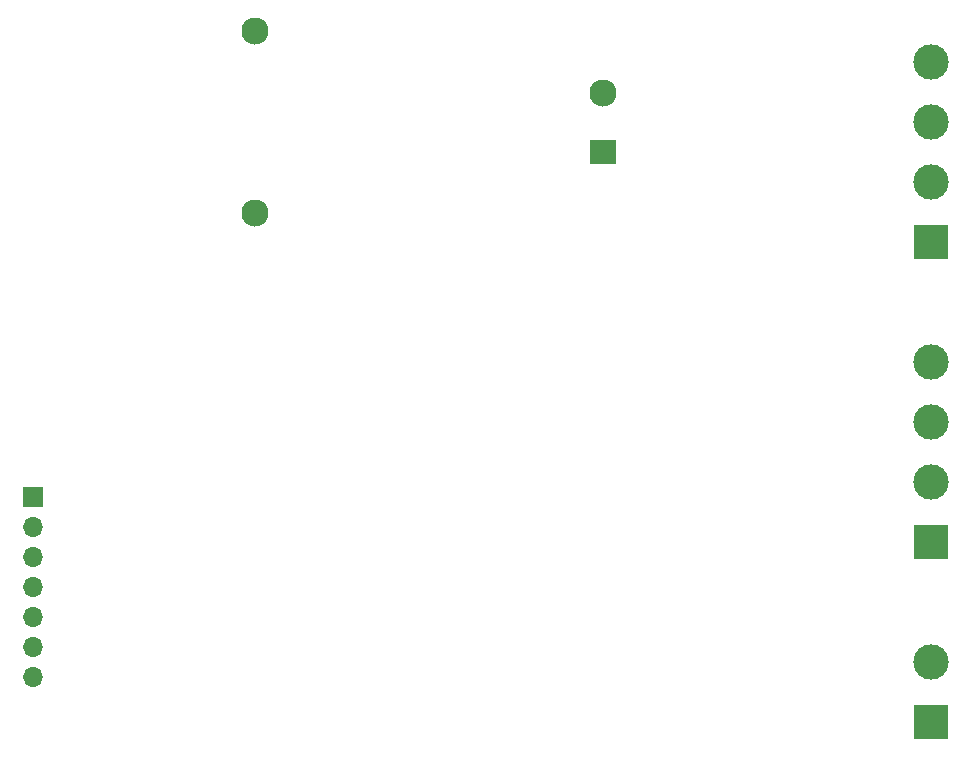
<source format=gbs>
G04 #@! TF.GenerationSoftware,KiCad,Pcbnew,(6.0.0-0)*
G04 #@! TF.CreationDate,2022-03-09T14:35:57+01:00*
G04 #@! TF.ProjectId,prototype-2,70726f74-6f74-4797-9065-2d322e6b6963,rev?*
G04 #@! TF.SameCoordinates,Original*
G04 #@! TF.FileFunction,Soldermask,Bot*
G04 #@! TF.FilePolarity,Negative*
%FSLAX46Y46*%
G04 Gerber Fmt 4.6, Leading zero omitted, Abs format (unit mm)*
G04 Created by KiCad (PCBNEW (6.0.0-0)) date 2022-03-09 14:35:57*
%MOMM*%
%LPD*%
G01*
G04 APERTURE LIST*
%ADD10R,3.000000X3.000000*%
%ADD11C,3.000000*%
%ADD12R,1.700000X1.700000*%
%ADD13O,1.700000X1.700000*%
%ADD14R,2.300000X2.000000*%
%ADD15C,2.300000*%
G04 APERTURE END LIST*
D10*
X187125000Y-99060000D03*
D11*
X187125000Y-93980000D03*
X187125000Y-88900000D03*
X187125000Y-83820000D03*
D12*
X111125000Y-95250000D03*
D13*
X111125000Y-97790000D03*
X111125000Y-100330000D03*
X111125000Y-102870000D03*
X111125000Y-105410000D03*
X111125000Y-107950000D03*
X111125000Y-110490000D03*
D10*
X187125000Y-114300000D03*
D11*
X187125000Y-109220000D03*
D14*
X159342500Y-66000000D03*
D15*
X159342500Y-61000000D03*
X129942500Y-71200000D03*
X129942500Y-55800000D03*
D10*
X187125000Y-73660000D03*
D11*
X187125000Y-68580000D03*
X187125000Y-63500000D03*
X187125000Y-58420000D03*
M02*

</source>
